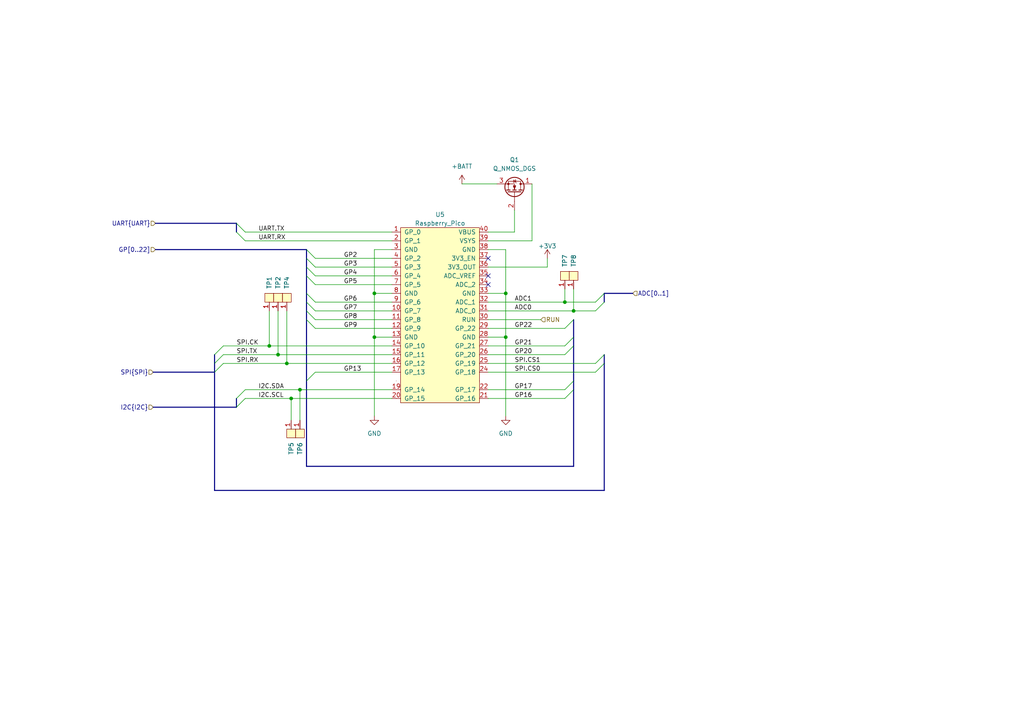
<source format=kicad_sch>
(kicad_sch (version 20211123) (generator eeschema)
  (paper "A4")
  (lib_symbols
    (symbol "Device:Q_NMOS_DGS" (pin_names (offset 0) hide)
      (property "Reference" "Q" (at 5.08 1.27 0))
      (property "Value" "Q_NMOS_DGS" (at 5.08 -1.27 0))
      (symbol "Q_NMOS_DGS_0_1"
        (polyline (pts (xy 0.254 0) (xy -2.54 0)))
        (polyline (pts (xy 0.254 1.905) (xy 0.254 -1.905)) (stroke (width 0.254)))
        (polyline (pts (xy 0.762 -1.27) (xy 0.762 -2.286)) (stroke (width 0.254)))
        (polyline (pts (xy 0.762 0.508) (xy 0.762 -0.508)) (stroke (width 0.254)))
        (polyline (pts (xy 0.762 2.286) (xy 0.762 1.27)) (stroke (width 0.254)))
        (polyline (pts (xy 2.54 2.54) (xy 2.54 1.778)))
        (polyline (pts (xy 2.54 -2.54) (xy 2.54 0) (xy 0.762 0)))
        (polyline (pts (xy 0.762 -1.778) (xy 3.302 -1.778) (xy 3.302 1.778) (xy 0.762 1.778)))
        (polyline (pts (xy 1.016 0) (xy 2.032 0.381) (xy 2.032 -0.381) (xy 1.016 0)) (fill (type outline)))
        (polyline (pts (xy 2.794 0.508) (xy 2.921 0.381) (xy 3.683 0.381) (xy 3.81 0.254)))
        (polyline (pts (xy 3.302 0.381) (xy 2.921 -0.254) (xy 3.683 -0.254) (xy 3.302 0.381)))
        (circle (center 1.651 0) (radius 2.794) (stroke (width 0.254)))
        (circle (center 2.54 -1.778) (radius 0.254) (fill (type outline)))
        (circle (center 2.54 1.778) (radius 0.254) (fill (type outline)))
      )
      (symbol "Q_NMOS_DGS_1_1"
        (pin passive line (at 2.54 5.08 270) (length 2.54) (name "D") (number "1"))
        (pin input line (at -5.08 0 0) (length 2.54) (name "G") (number "2"))
        (pin passive line (at 2.54 -5.08 90) (length 2.54) (name "S") (number "3"))
      )
    )
    (symbol "ILO_sym:Endpoint" (pin_names (offset 1.016))
      (property "Reference" "U" (at 0 3.81 0))
      (property "Value" "Endpoint" (at 0 2.54 0))
      (symbol "Endpoint_0_1"
        (rectangle (start -1.27 1.27) (end 1.27 -1.27) (fill (type background)))
      )
      (symbol "Endpoint_1_1"
        (pin input line (at -3.81 0 0) (length 2.54) (name "~") (number "1"))
      )
    )
    (symbol "ILO_sym:Raspberry_Pico" (pin_names (offset 1.016))
      (property "Reference" "U" (at 0 29.21 0))
      (property "Value" "Raspberry_Pico" (at 0 26.67 0))
      (symbol "Raspberry_Pico_0_0"
        (rectangle (start -11.43 24.13) (end 11.43 -26.67) (fill (type background)))
      )
      (symbol "Raspberry_Pico_0_1"
        (rectangle (start -12.7 20.32) (end -12.7 20.32))
      )
      (symbol "Raspberry_Pico_1_1"
        (rectangle (start -12.7 -25.4) (end -12.7 -25.4))
        (rectangle (start -12.7 -22.86) (end -12.7 -22.86))
        (rectangle (start -12.7 -20.32) (end -12.7 -20.32))
        (rectangle (start -12.7 -17.78) (end -12.7 -17.78))
        (rectangle (start -12.7 -15.24) (end -12.7 -15.24))
        (rectangle (start -12.7 -12.7) (end -12.7 -12.7))
        (rectangle (start -12.7 -10.16) (end -12.7 -10.16))
        (rectangle (start -12.7 -7.62) (end -12.7 -7.62))
        (rectangle (start -12.7 -5.08) (end -12.7 -5.08))
        (rectangle (start -12.7 0) (end -12.7 0))
        (rectangle (start -12.7 2.54) (end -12.7 2.54))
        (rectangle (start -12.7 5.08) (end -12.7 5.08))
        (rectangle (start -12.7 7.62) (end -12.7 7.62))
        (rectangle (start -12.7 10.16) (end -12.7 10.16))
        (rectangle (start -12.7 12.7) (end -12.7 12.7))
        (rectangle (start -12.7 15.24) (end -12.7 15.24))
        (rectangle (start -12.7 17.78) (end -12.7 17.78))
        (rectangle (start 11.43 -22.86) (end 11.43 -22.86))
        (rectangle (start 11.43 -20.32) (end 11.43 -20.32))
        (rectangle (start 11.43 -17.78) (end 11.43 -17.78))
        (rectangle (start 11.43 -15.24) (end 11.43 -15.24))
        (rectangle (start 11.43 -12.7) (end 11.43 -12.7))
        (rectangle (start 11.43 -10.16) (end 11.43 -10.16))
        (rectangle (start 11.43 -7.62) (end 11.43 -7.62))
        (rectangle (start 11.43 -5.08) (end 11.43 -5.08))
        (rectangle (start 11.43 -2.54) (end 11.43 -2.54))
        (rectangle (start 11.43 2.54) (end 11.43 2.54))
        (rectangle (start 11.43 5.08) (end 11.43 5.08))
        (rectangle (start 11.43 7.62) (end 11.43 7.62))
        (rectangle (start 11.43 10.16) (end 11.43 10.16))
        (rectangle (start 11.43 12.7) (end 11.43 12.7))
        (rectangle (start 11.43 15.24) (end 11.43 15.24))
        (rectangle (start 11.43 17.78) (end 11.43 17.78))
        (rectangle (start 11.43 20.32) (end 11.43 20.32))
        (rectangle (start 11.43 22.86) (end 11.43 22.86))
        (pin bidirectional line (at -13.97 22.86 0) (length 2.54) (name "GP_0") (number "1"))
        (pin bidirectional line (at -13.97 0 0) (length 2.54) (name "GP_7") (number "10"))
        (pin bidirectional line (at -13.97 -2.54 0) (length 2.54) (name "GP_8") (number "11"))
        (pin bidirectional line (at -13.97 -5.08 0) (length 2.54) (name "GP_9") (number "12"))
        (pin bidirectional line (at -13.97 -7.62 0) (length 2.54) (name "GND") (number "13"))
        (pin bidirectional line (at -13.97 -10.16 0) (length 2.54) (name "GP_10") (number "14"))
        (pin bidirectional line (at -13.97 -12.7 0) (length 2.54) (name "GP_11") (number "15"))
        (pin bidirectional line (at -13.97 -15.24 0) (length 2.54) (name "GP_12") (number "16"))
        (pin bidirectional line (at -13.97 -17.78 0) (length 2.54) (name "GP_13") (number "17"))
        (pin bidirectional line (at -13.97 -22.86 0) (length 2.54) (name "GP_14") (number "19"))
        (pin bidirectional line (at -13.97 20.32 0) (length 2.54) (name "GP_1") (number "2"))
        (pin bidirectional line (at -13.97 -25.4 0) (length 2.54) (name "GP_15") (number "20"))
        (pin bidirectional line (at 13.97 -25.4 180) (length 2.54) (name "GP_16") (number "21"))
        (pin bidirectional line (at 13.97 -22.86 180) (length 2.54) (name "GP_17") (number "22"))
        (pin bidirectional line (at 13.97 -17.78 180) (length 2.54) (name "GP_18") (number "24"))
        (pin bidirectional line (at 13.97 -15.24 180) (length 2.54) (name "GP_19") (number "25"))
        (pin bidirectional line (at 13.97 -12.7 180) (length 2.54) (name "GP_20") (number "26"))
        (pin bidirectional line (at 13.97 -10.16 180) (length 2.54) (name "GP_21") (number "27"))
        (pin bidirectional line (at 13.97 -7.62 180) (length 2.54) (name "GND") (number "28"))
        (pin bidirectional line (at 13.97 -5.08 180) (length 2.54) (name "GP_22") (number "29"))
        (pin bidirectional line (at -13.97 17.78 0) (length 2.54) (name "GND") (number "3"))
        (pin bidirectional line (at 13.97 -2.54 180) (length 2.54) (name "RUN") (number "30"))
        (pin bidirectional line (at 13.97 0 180) (length 2.54) (name "ADC_0") (number "31"))
        (pin bidirectional line (at 13.97 2.54 180) (length 2.54) (name "ADC_1") (number "32"))
        (pin bidirectional line (at 13.97 5.08 180) (length 2.54) (name "GND") (number "33"))
        (pin bidirectional line (at 13.97 7.62 180) (length 2.54) (name "ADC_2") (number "34"))
        (pin bidirectional line (at 13.97 10.16 180) (length 2.54) (name "ADC_VREF") (number "35"))
        (pin bidirectional line (at 13.97 12.7 180) (length 2.54) (name "3V3_OUT") (number "36"))
        (pin bidirectional line (at 13.97 15.24 180) (length 2.54) (name "3V3_EN") (number "37"))
        (pin bidirectional line (at 13.97 17.78 180) (length 2.54) (name "GND") (number "38"))
        (pin bidirectional line (at 13.97 20.32 180) (length 2.54) (name "VSYS") (number "39"))
        (pin bidirectional line (at -13.97 15.24 0) (length 2.54) (name "GP_2") (number "4"))
        (pin bidirectional line (at 13.97 22.86 180) (length 2.54) (name "VBUS") (number "40"))
        (pin bidirectional line (at -13.97 12.7 0) (length 2.54) (name "GP_3") (number "5"))
        (pin bidirectional line (at -13.97 10.16 0) (length 2.54) (name "GP_4") (number "6"))
        (pin bidirectional line (at -13.97 7.62 0) (length 2.54) (name "GP_5") (number "7"))
        (pin bidirectional line (at -13.97 5.08 0) (length 2.54) (name "GND") (number "8"))
        (pin bidirectional line (at -13.97 2.54 0) (length 2.54) (name "GP_6") (number "9"))
      )
    )
    (symbol "power:+3V3" (power) (pin_names (offset 0))
      (property "Value" "+3V3" (at 0 3.556 0))
      (symbol "+3V3_0_1"
        (polyline (pts (xy -0.762 1.27) (xy 0 2.54)))
        (polyline (pts (xy 0 0) (xy 0 2.54)))
        (polyline (pts (xy 0 2.54) (xy 0.762 1.27)))
      )
      (symbol "+3V3_1_1"
        (pin power_in line (at 0 0 90) (length 0) hide (name "+3V3") (number "1"))
      )
    )
    (symbol "power:+BATT" (power) (pin_names (offset 0))
      (property "Value" "+BATT" (at 0 3.556 0))
      (symbol "+BATT_0_1"
        (polyline (pts (xy -0.762 1.27) (xy 0 2.54)))
        (polyline (pts (xy 0 0) (xy 0 2.54)))
        (polyline (pts (xy 0 2.54) (xy 0.762 1.27)))
      )
      (symbol "+BATT_1_1"
        (pin power_in line (at 0 0 90) (length 0) hide (name "+BATT") (number "1"))
      )
    )
    (symbol "power:GND" (power) (pin_names (offset 0))
      (property "Value" "GND" (at 0 -3.81 0))
      (symbol "GND_0_1"
        (polyline (pts (xy 0 0) (xy 0 -1.27) (xy 1.27 -1.27) (xy 0 -2.54) (xy -1.27 -1.27) (xy 0 -1.27)))
      )
      (symbol "GND_1_1"
        (pin power_in line (at 0 0 270) (length 0) hide (name "GND") (number "1"))
      )
    )
  )
  (bus_alias "UART" (members "TX" "RX"))
  (junction (at 108.585 97.79))
  (junction (at 86.995 113.03))
  (junction (at 146.685 85.09))
  (junction (at 108.585 85.09))
  (junction (at 163.83 87.63))
  (junction (at 84.455 115.57))
  (junction (at 83.185 105.41))
  (junction (at 80.645 102.87))
  (junction (at 166.37 90.17))
  (junction (at 146.685 97.79))
  (junction (at 78.105 100.33))
  (no_connect (at 141.605 82.55))
  (no_connect (at 141.605 74.93))
  (no_connect (at 141.605 80.01))
  (bus_entry (at 172.72 107.95) (size 2.54 -2.54))
  (bus_entry (at 88.9 87.63) (size 2.54 2.54))
  (bus_entry (at 91.44 107.95) (size -2.54 2.54))
  (bus_entry (at 68.58 118.11) (size 2.54 -2.54))
  (bus_entry (at 172.72 87.63) (size 2.54 -2.54))
  (bus_entry (at 88.9 72.39) (size 2.54 2.54))
  (bus_entry (at 71.12 113.03) (size -2.54 2.54))
  (bus_entry (at 172.72 90.17) (size 2.54 -2.54))
  (bus_entry (at 64.77 102.87) (size -2.54 2.54))
  (bus_entry (at 172.72 105.41) (size 2.54 -2.54))
  (bus_entry (at 64.77 100.33) (size -2.54 2.54))
  (bus_entry (at 68.58 67.31) (size 2.54 2.54))
  (bus_entry (at 88.9 77.47) (size 2.54 2.54))
  (bus_entry (at 166.37 97.79) (size -2.54 2.54))
  (bus_entry (at 88.9 74.93) (size 2.54 2.54))
  (bus_entry (at 64.77 105.41) (size -2.54 2.54))
  (bus_entry (at 68.58 64.77) (size 2.54 2.54))
  (bus_entry (at 166.37 100.33) (size -2.54 2.54))
  (bus_entry (at 166.37 113.03) (size -2.54 2.54))
  (bus_entry (at 88.9 85.09) (size 2.54 2.54))
  (bus_entry (at 88.9 80.01) (size 2.54 2.54))
  (bus_entry (at 166.37 110.49) (size -2.54 2.54))
  (bus_entry (at 88.9 90.17) (size 2.54 2.54))
  (bus_entry (at 88.9 92.71) (size 2.54 2.54))
  (bus_entry (at 166.37 92.71) (size -2.54 2.54))
  (bus (pts (xy 88.9 77.47) (xy 88.9 74.93)))
  (wire (pts (xy 146.685 97.79) (xy 146.685 120.65)))
  (bus (pts (xy 166.37 92.71) (xy 166.37 97.79)))
  (wire (pts (xy 83.185 90.17) (xy 83.185 105.41)))
  (wire (pts (xy 141.605 102.87) (xy 163.83 102.87)))
  (bus (pts (xy 88.9 110.49) (xy 88.9 135.255)))
  (wire (pts (xy 64.77 100.33) (xy 78.105 100.33)))
  (bus (pts (xy 62.23 105.41) (xy 62.23 107.95)))
  (wire (pts (xy 78.105 100.33) (xy 113.665 100.33)))
  (wire (pts (xy 108.585 97.79) (xy 108.585 120.65)))
  (wire (pts (xy 91.44 77.47) (xy 113.665 77.47)))
  (bus (pts (xy 68.58 115.57) (xy 68.58 118.11)))
  (wire (pts (xy 172.72 105.41) (xy 141.605 105.41)))
  (bus (pts (xy 175.26 142.24) (xy 62.23 142.24)))
  (wire (pts (xy 91.44 80.01) (xy 113.665 80.01)))
  (wire (pts (xy 80.645 90.17) (xy 80.645 102.87)))
  (wire (pts (xy 141.605 67.31) (xy 149.225 67.31)))
  (wire (pts (xy 141.605 95.25) (xy 163.83 95.25)))
  (bus (pts (xy 175.26 102.87) (xy 175.26 105.41)))
  (wire (pts (xy 108.585 97.79) (xy 113.665 97.79)))
  (wire (pts (xy 71.12 67.31) (xy 113.665 67.31)))
  (wire (pts (xy 91.44 95.25) (xy 113.665 95.25)))
  (bus (pts (xy 166.37 110.49) (xy 166.37 113.03)))
  (wire (pts (xy 71.12 69.85) (xy 113.665 69.85)))
  (wire (pts (xy 71.12 115.57) (xy 84.455 115.57)))
  (wire (pts (xy 158.75 74.93) (xy 158.75 77.47)))
  (wire (pts (xy 166.37 90.17) (xy 172.72 90.17)))
  (bus (pts (xy 88.9 85.09) (xy 88.9 80.01)))
  (wire (pts (xy 84.455 115.57) (xy 113.665 115.57)))
  (wire (pts (xy 91.44 107.95) (xy 113.665 107.95)))
  (wire (pts (xy 156.845 92.71) (xy 141.605 92.71)))
  (bus (pts (xy 88.9 135.255) (xy 166.37 135.255)))
  (wire (pts (xy 113.665 72.39) (xy 108.585 72.39)))
  (wire (pts (xy 146.685 97.79) (xy 141.605 97.79)))
  (bus (pts (xy 166.37 113.03) (xy 166.37 135.255)))
  (bus (pts (xy 45.085 72.39) (xy 88.9 72.39)))
  (wire (pts (xy 141.605 100.33) (xy 163.83 100.33)))
  (bus (pts (xy 62.23 102.87) (xy 62.23 105.41)))
  (wire (pts (xy 108.585 85.09) (xy 113.665 85.09)))
  (wire (pts (xy 154.305 69.85) (xy 154.305 53.34)))
  (wire (pts (xy 91.44 82.55) (xy 113.665 82.55)))
  (bus (pts (xy 88.9 90.17) (xy 88.9 87.63)))
  (wire (pts (xy 163.83 83.82) (xy 163.83 87.63)))
  (wire (pts (xy 86.995 113.03) (xy 86.995 121.92)))
  (wire (pts (xy 64.77 105.41) (xy 83.185 105.41)))
  (wire (pts (xy 141.605 115.57) (xy 163.83 115.57)))
  (wire (pts (xy 146.685 85.09) (xy 141.605 85.09)))
  (wire (pts (xy 146.685 72.39) (xy 141.605 72.39)))
  (wire (pts (xy 64.77 102.87) (xy 80.645 102.87)))
  (wire (pts (xy 172.72 107.95) (xy 141.605 107.95)))
  (wire (pts (xy 108.585 85.09) (xy 108.585 97.79)))
  (wire (pts (xy 91.44 92.71) (xy 113.665 92.71)))
  (bus (pts (xy 88.9 92.71) (xy 88.9 110.49)))
  (wire (pts (xy 141.605 87.63) (xy 163.83 87.63)))
  (wire (pts (xy 149.225 67.31) (xy 149.225 60.96)))
  (bus (pts (xy 88.9 74.93) (xy 88.9 72.39)))
  (wire (pts (xy 163.83 87.63) (xy 172.72 87.63)))
  (bus (pts (xy 166.37 100.33) (xy 166.37 110.49)))
  (bus (pts (xy 45.085 64.77) (xy 68.58 64.77)))
  (wire (pts (xy 141.605 90.17) (xy 166.37 90.17)))
  (bus (pts (xy 44.45 118.11) (xy 68.58 118.11)))
  (bus (pts (xy 62.23 142.24) (xy 62.23 107.95)))
  (bus (pts (xy 175.26 87.63) (xy 175.26 85.09)))
  (bus (pts (xy 88.9 92.71) (xy 88.9 90.17)))
  (wire (pts (xy 133.985 53.34) (xy 144.145 53.34)))
  (bus (pts (xy 88.9 80.01) (xy 88.9 77.47)))
  (wire (pts (xy 91.44 74.93) (xy 113.665 74.93)))
  (bus (pts (xy 175.26 85.09) (xy 183.515 85.09)))
  (wire (pts (xy 158.75 77.47) (xy 141.605 77.47)))
  (bus (pts (xy 175.26 105.41) (xy 175.26 142.24)))
  (wire (pts (xy 83.185 105.41) (xy 113.665 105.41)))
  (wire (pts (xy 80.645 102.87) (xy 113.665 102.87)))
  (wire (pts (xy 146.685 72.39) (xy 146.685 85.09)))
  (bus (pts (xy 68.58 67.31) (xy 68.58 64.77)))
  (wire (pts (xy 71.12 113.03) (xy 86.995 113.03)))
  (wire (pts (xy 146.685 85.09) (xy 146.685 97.79)))
  (bus (pts (xy 44.45 107.95) (xy 62.23 107.95)))
  (wire (pts (xy 78.105 90.17) (xy 78.105 100.33)))
  (bus (pts (xy 88.9 87.63) (xy 88.9 85.09)))
  (wire (pts (xy 141.605 69.85) (xy 154.305 69.85)))
  (wire (pts (xy 86.995 113.03) (xy 113.665 113.03)))
  (bus (pts (xy 166.37 97.79) (xy 166.37 100.33)))
  (wire (pts (xy 166.37 83.82) (xy 166.37 90.17)))
  (wire (pts (xy 91.44 87.63) (xy 113.665 87.63)))
  (wire (pts (xy 91.44 90.17) (xy 113.665 90.17)))
  (wire (pts (xy 141.605 113.03) (xy 163.83 113.03)))
  (wire (pts (xy 84.455 115.57) (xy 84.455 121.92)))
  (wire (pts (xy 108.585 72.39) (xy 108.585 85.09)))
  (label "GP7" (at 99.695 90.17 0))
  (label "SPI.CS1" (at 149.225 105.41 0))
  (label "GP22" (at 149.225 95.25 0))
  (label "SPI.CS0" (at 149.225 107.95 0))
  (label "GP21" (at 149.225 100.33 0))
  (label "GP3" (at 99.695 77.47 0))
  (label "GP4" (at 99.695 80.01 0))
  (label "GP2" (at 99.695 74.93 0))
  (label "SPI.CK" (at 68.58 100.33 0))
  (label "ADC0" (at 149.225 90.17 0))
  (label "GP9" (at 99.695 95.25 0))
  (label "UART.TX" (at 74.93 67.31 0))
  (label "ADC1" (at 149.225 87.63 0))
  (label "GP6" (at 99.695 87.63 0))
  (label "UART.RX" (at 74.93 69.85 0))
  (label "GP17" (at 149.225 113.03 0))
  (label "SPI.RX" (at 68.58 105.41 0))
  (label "I2C.SCL" (at 74.93 115.57 0))
  (label "I2C.SDA" (at 74.93 113.03 0))
  (label "GP20" (at 149.225 102.87 0))
  (label "SPI.TX" (at 68.58 102.87 0))
  (label "GP8" (at 99.695 92.71 0))
  (label "GP5" (at 99.695 82.55 0))
  (label "GP16" (at 149.225 115.57 0))
  (label "GP13" (at 99.695 107.95 0))
  (hierarchical_label "ADC[0..1]" (shape input) (at 183.515 85.09 0))
  (hierarchical_label "I2C{I2C}" (shape input) (at 44.45 118.11 180))
  (hierarchical_label "GP[0..22]" (shape input) (at 45.085 72.39 180))
  (hierarchical_label "UART{UART}" (shape input) (at 45.085 64.77 180))
  (hierarchical_label "SPI{SPI}" (shape input) (at 44.45 107.95 180))
  (hierarchical_label "RUN" (shape input) (at 156.845 92.71 0))
  (symbol (lib_id "power:GND") (at 108.585 120.65 0) (unit 1)
    (property "Reference" "#PWR0124" (effects hide))
    (property "Value" "GND" (at 108.585 125.73 0))
  )
  (symbol (lib_id "ILO_sym:Raspberry_Pico") (at 127.635 90.17 0) (unit 1)
    (property "Reference" "U5" (at 127.635 62.23 0))
    (property "Value" "Raspberry_Pico" (at 127.635 64.77 0))
    (property "Footprint" "ILO_fp:Raspberry_Pico" (effects hide))
    (property "Datasheet" "https://datasheets.raspberrypi.com/pico/pico-datasheet.pdf" (effects hide))
    (property "Group" "Pico" (effects hide))
  )
  (symbol (lib_id "Device:Q_NMOS_DGS") (at 149.225 55.88 270) (mirror x) (unit 1)
    (property "Reference" "Q1" (at 149.225 46.355 90))
    (property "Value" "Q_NMOS_DGS" (at 149.225 48.895 90))
  )
  (symbol (lib_id "power:GND") (at 146.685 120.65 0) (unit 1)
    (property "Reference" "#PWR0123" (effects hide))
    (property "Value" "GND" (at 146.685 125.73 0))
  )
  (symbol (lib_id "ILO_sym:Endpoint") (at 166.37 80.01 270) (mirror x) (unit 1)
    (property "Reference" "TP8" (at 166.37 77.47 0) (effects (justify left)))
    (property "Value" "Endpoint" (effects hide))
    (property "Footprint" "ILO_fp:Pad_1mm" (effects hide))
    (property "Group" "Test point" (effects hide))
  )
  (symbol (lib_id "ILO_sym:Endpoint") (at 163.83 80.01 270) (mirror x) (unit 1)
    (property "Reference" "TP7" (at 163.83 77.47 0) (effects (justify left)))
    (property "Value" "Endpoint" (effects hide))
    (property "Footprint" "ILO_fp:Pad_1mm" (effects hide))
    (property "Group" "Test point" (effects hide))
  )
  (symbol (lib_id "ILO_sym:Endpoint") (at 80.645 86.36 90) (unit 1)
    (property "Reference" "TP2" (at 80.645 83.82 0) (effects (justify left)))
    (property "Value" "Endpoint" (effects hide))
    (property "Footprint" "ILO_fp:Pad_1mm" (effects hide))
    (property "Group" "Test point" (effects hide))
  )
  (symbol (lib_id "ILO_sym:Endpoint") (at 86.995 125.73 270) (unit 1)
    (property "Reference" "TP6" (at 86.995 128.27 0) (effects (justify left)))
    (property "Value" "Endpoint" (effects hide))
    (property "Footprint" "ILO_fp:Pad_1mm" (effects hide))
    (property "Group" "Test point" (effects hide))
  )
  (symbol (lib_id "ILO_sym:Endpoint") (at 84.455 125.73 270) (unit 1)
    (property "Reference" "TP5" (at 84.455 128.27 0) (effects (justify left)))
    (property "Value" "Endpoint" (effects hide))
    (property "Footprint" "ILO_fp:Pad_1mm" (effects hide))
    (property "Group" "Test point" (effects hide))
  )
  (symbol (lib_id "ILO_sym:Endpoint") (at 78.105 86.36 90) (unit 1)
    (property "Reference" "TP1" (at 78.105 83.82 0) (effects (justify left)))
    (property "Value" "Endpoint" (effects hide))
    (property "Footprint" "ILO_fp:Pad_1mm" (effects hide))
    (property "Group" "Test point" (effects hide))
  )
  (symbol (lib_id "power:+3V3") (at 158.75 74.93 0) (unit 1)
    (property "Reference" "#PWR0122" (effects hide))
    (property "Value" "+3V3" (at 158.75 71.374 0))
  )
  (symbol (lib_id "ILO_sym:Endpoint") (at 83.185 86.36 90) (unit 1)
    (property "Reference" "TP4" (at 83.185 83.82 0) (effects (justify left)))
    (property "Value" "Endpoint" (effects hide))
    (property "Footprint" "ILO_fp:Pad_1mm" (effects hide))
    (property "Group" "Test point" (effects hide))
  )
  (symbol (lib_id "power:+BATT") (at 133.985 53.34 0) (unit 1)
    (property "Reference" "#PWR0138" (effects hide))
    (property "Value" "+BATT" (at 133.985 48.26 0))
  )
)
</source>
